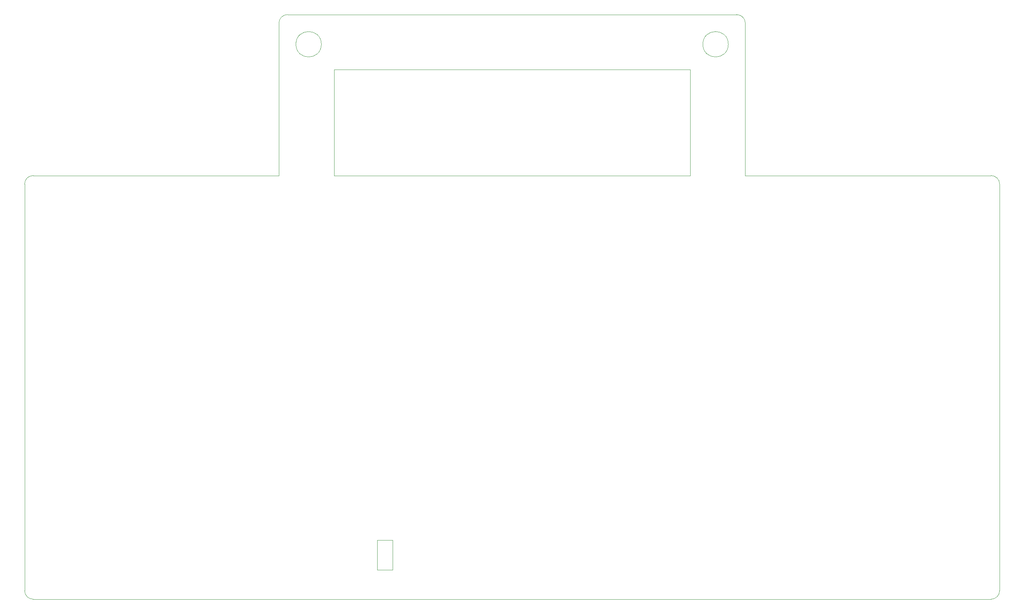
<source format=gbr>
%TF.GenerationSoftware,KiCad,Pcbnew,7.0.7*%
%TF.CreationDate,2024-03-11T11:41:55-07:00*%
%TF.ProjectId,DC32_Cnet_Badge_Main,44433332-5f43-46e6-9574-5f4261646765,rev?*%
%TF.SameCoordinates,Original*%
%TF.FileFunction,Profile,NP*%
%FSLAX46Y46*%
G04 Gerber Fmt 4.6, Leading zero omitted, Abs format (unit mm)*
G04 Created by KiCad (PCBNEW 7.0.7) date 2024-03-11 11:41:55*
%MOMM*%
%LPD*%
G01*
G04 APERTURE LIST*
%TA.AperFunction,Profile*%
%ADD10C,0.100000*%
%TD*%
%TA.AperFunction,Profile*%
%ADD11C,0.120000*%
%TD*%
G04 APERTURE END LIST*
D10*
X265000000Y-79000000D02*
X265000000Y-157000000D01*
X97000000Y-21000000D02*
G75*
G03*
X95000000Y-23000000I0J-2000000D01*
G01*
X250000000Y-159000000D02*
X50000000Y-159000000D01*
X263000000Y-159000000D02*
X250000000Y-159000000D01*
X50000000Y-159000000D02*
X37000000Y-159000000D01*
X205000000Y-29000000D02*
X205000000Y-23000000D01*
X205000000Y-29000000D02*
X205000000Y-59000000D01*
X35000000Y-79000000D02*
X35000000Y-157000000D01*
X95000000Y-59000000D02*
X95000000Y-29000000D01*
X50000000Y-59000000D02*
X37000000Y-59000000D01*
X192000000Y-59000000D02*
X192000000Y-34000000D01*
X35000000Y-157000000D02*
G75*
G03*
X37000000Y-159000000I2000000J0D01*
G01*
X95000000Y-23000000D02*
X95000000Y-29000000D01*
X201000000Y-28000000D02*
G75*
G03*
X201000000Y-28000000I-3000000J0D01*
G01*
X37000000Y-59000000D02*
G75*
G03*
X35000000Y-61000000I0J-2000000D01*
G01*
X263000000Y-159000000D02*
G75*
G03*
X265000000Y-157000000I0J2000000D01*
G01*
X105000000Y-28000000D02*
G75*
G03*
X105000000Y-28000000I-3000000J0D01*
G01*
X265000000Y-61000000D02*
G75*
G03*
X263000000Y-59000000I-2000000J0D01*
G01*
X205000000Y-59000000D02*
X250000000Y-59000000D01*
X203000000Y-21000000D02*
X97000000Y-21000000D01*
X205000000Y-23000000D02*
G75*
G03*
X203000000Y-21000000I-2000000J0D01*
G01*
X35000000Y-61000000D02*
X35000000Y-79000000D01*
X250000000Y-59000000D02*
X263000000Y-59000000D01*
X108000000Y-59000000D02*
X108000000Y-34000000D01*
X50000000Y-59000000D02*
X95000000Y-59000000D01*
X108000000Y-34000000D02*
X192000000Y-34000000D01*
X108000000Y-59000000D02*
X192000000Y-59000000D01*
X265000000Y-61000000D02*
X265000000Y-79000000D01*
D11*
%TO.C,U2*%
X121800000Y-145080000D02*
X118200000Y-145080000D01*
X118200000Y-145080000D02*
X118200000Y-152080000D01*
X118200000Y-152080000D02*
X121800000Y-152080000D01*
X121800000Y-152080000D02*
X121800000Y-145080000D01*
%TD*%
M02*

</source>
